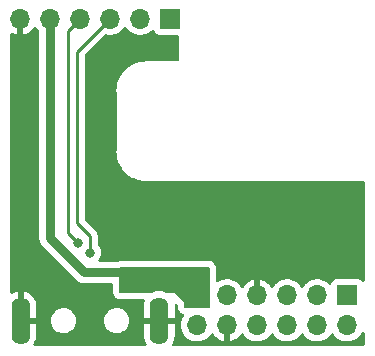
<source format=gbl>
G04 #@! TF.GenerationSoftware,KiCad,Pcbnew,(6.0.4)*
G04 #@! TF.CreationDate,2022-03-24T17:43:08+01:00*
G04 #@! TF.ProjectId,MT32pi-MiSTer,4d543332-7069-42d4-9d69-535465722e6b,rev?*
G04 #@! TF.SameCoordinates,Original*
G04 #@! TF.FileFunction,Copper,L2,Bot*
G04 #@! TF.FilePolarity,Positive*
%FSLAX46Y46*%
G04 Gerber Fmt 4.6, Leading zero omitted, Abs format (unit mm)*
G04 Created by KiCad (PCBNEW (6.0.4)) date 2022-03-24 17:43:08*
%MOMM*%
%LPD*%
G01*
G04 APERTURE LIST*
G04 #@! TA.AperFunction,ComponentPad*
%ADD10O,1.600000X4.000000*%
G04 #@! TD*
G04 #@! TA.AperFunction,ComponentPad*
%ADD11R,1.700000X1.700000*%
G04 #@! TD*
G04 #@! TA.AperFunction,ComponentPad*
%ADD12O,1.700000X1.700000*%
G04 #@! TD*
G04 #@! TA.AperFunction,ViaPad*
%ADD13C,0.800000*%
G04 #@! TD*
G04 #@! TA.AperFunction,Conductor*
%ADD14C,0.250000*%
G04 #@! TD*
G04 #@! TA.AperFunction,Conductor*
%ADD15C,0.800000*%
G04 #@! TD*
G04 APERTURE END LIST*
D10*
X160600000Y-109850000D03*
X148900000Y-109850000D03*
D11*
X176530000Y-107696000D03*
D12*
X176530000Y-110236000D03*
X173990000Y-107696000D03*
X173990000Y-110236000D03*
X171450000Y-107696000D03*
X171450000Y-110236000D03*
X168910000Y-107696000D03*
X168910000Y-110236000D03*
X166370000Y-107696000D03*
X166370000Y-110236000D03*
X163830000Y-107696000D03*
X163830000Y-110236000D03*
D11*
X161530000Y-84280000D03*
D12*
X158990000Y-84280000D03*
X156450000Y-84280000D03*
X153910000Y-84280000D03*
X151370000Y-84280000D03*
X148830000Y-84280000D03*
D13*
X157750000Y-105750000D03*
X154750000Y-104076000D03*
X154800000Y-87600000D03*
X168900000Y-104400000D03*
X154800000Y-93600000D03*
X154800000Y-96600000D03*
X174000000Y-100100000D03*
X148500000Y-87600000D03*
X151750000Y-105750000D03*
X148500000Y-96600000D03*
X148500000Y-102600000D03*
X154800000Y-90600000D03*
X148500000Y-90600000D03*
X153750000Y-103298000D03*
X148500000Y-93600000D03*
X154800000Y-99600000D03*
X148500000Y-99600000D03*
D14*
X153670000Y-101600000D02*
X153670000Y-87060000D01*
D15*
X154264000Y-105750000D02*
X157750000Y-105750000D01*
D14*
X156464000Y-84294000D02*
X156450000Y-84280000D01*
X153670000Y-87060000D02*
X156450000Y-84280000D01*
X152908000Y-85282000D02*
X153910000Y-84280000D01*
X152908000Y-102456000D02*
X152908000Y-85282000D01*
X154750000Y-104076000D02*
X154750000Y-102680000D01*
X153750000Y-103298000D02*
X152908000Y-102456000D01*
D15*
X151370000Y-102856000D02*
X154264000Y-105750000D01*
X151370000Y-84280000D02*
X151370000Y-102856000D01*
D14*
X154750000Y-102680000D02*
X153670000Y-101600000D01*
G04 #@! TA.AperFunction,Conductor*
G36*
X164842121Y-105320002D02*
G01*
X164888614Y-105373658D01*
X164900000Y-105426000D01*
X164900000Y-108674000D01*
X164879998Y-108742121D01*
X164826342Y-108788614D01*
X164774000Y-108800000D01*
X162826000Y-108800000D01*
X162757879Y-108779998D01*
X162711386Y-108726342D01*
X162700000Y-108674000D01*
X162700000Y-108300000D01*
X161900000Y-107500000D01*
X161257926Y-107500000D01*
X161204676Y-107488195D01*
X161054226Y-107418039D01*
X161054220Y-107418037D01*
X161049243Y-107415716D01*
X161043935Y-107414294D01*
X161043933Y-107414293D01*
X160833402Y-107357881D01*
X160833400Y-107357881D01*
X160828087Y-107356457D01*
X160600000Y-107336502D01*
X160371913Y-107356457D01*
X160366600Y-107357881D01*
X160366598Y-107357881D01*
X160156067Y-107414293D01*
X160156065Y-107414294D01*
X160150757Y-107415716D01*
X160145780Y-107418037D01*
X160145774Y-107418039D01*
X159995324Y-107488195D01*
X159942074Y-107500000D01*
X157326000Y-107500000D01*
X157257879Y-107479998D01*
X157211386Y-107426342D01*
X157200000Y-107374000D01*
X157200000Y-105426000D01*
X157220002Y-105357879D01*
X157273658Y-105311386D01*
X157326000Y-105300000D01*
X164774000Y-105300000D01*
X164842121Y-105320002D01*
G37*
G04 #@! TD.AperFunction*
G04 #@! TA.AperFunction,Conductor*
G36*
X149026121Y-84046002D02*
G01*
X149072614Y-84099658D01*
X149084000Y-84152000D01*
X149084000Y-85598517D01*
X149088064Y-85612359D01*
X149101478Y-85614393D01*
X149108184Y-85613534D01*
X149118262Y-85611392D01*
X149322255Y-85550191D01*
X149331842Y-85546433D01*
X149523095Y-85452739D01*
X149531945Y-85447464D01*
X149705328Y-85323792D01*
X149713200Y-85317139D01*
X149864052Y-85166812D01*
X149870730Y-85158965D01*
X149998022Y-84981819D01*
X149999279Y-84982722D01*
X150046373Y-84939362D01*
X150116311Y-84927145D01*
X150181751Y-84954678D01*
X150209579Y-84986511D01*
X150269987Y-85085088D01*
X150273367Y-85088990D01*
X150412866Y-85250032D01*
X150412869Y-85250035D01*
X150416250Y-85253938D01*
X150420224Y-85257237D01*
X150423658Y-85260600D01*
X150458334Y-85322553D01*
X150461500Y-85350623D01*
X150461500Y-102774583D01*
X150459949Y-102794292D01*
X150457748Y-102808190D01*
X150458093Y-102814777D01*
X150458093Y-102814782D01*
X150461327Y-102876480D01*
X150461500Y-102883074D01*
X150461500Y-102903610D01*
X150461844Y-102906882D01*
X150461844Y-102906884D01*
X150463647Y-102924042D01*
X150464164Y-102930616D01*
X150467743Y-102998903D01*
X150469453Y-103005284D01*
X150469453Y-103005286D01*
X150471383Y-103012491D01*
X150474985Y-103031925D01*
X150475766Y-103039354D01*
X150475768Y-103039363D01*
X150476458Y-103045928D01*
X150497600Y-103110997D01*
X150499467Y-103117299D01*
X150517171Y-103183370D01*
X150523559Y-103195907D01*
X150531125Y-103214173D01*
X150535473Y-103227556D01*
X150538776Y-103233278D01*
X150538777Y-103233279D01*
X150569667Y-103286782D01*
X150572814Y-103292577D01*
X150603871Y-103353530D01*
X150608024Y-103358658D01*
X150608025Y-103358660D01*
X150612727Y-103364466D01*
X150623927Y-103380763D01*
X150627657Y-103387224D01*
X150627660Y-103387228D01*
X150630960Y-103392944D01*
X150635377Y-103397850D01*
X150635381Y-103397855D01*
X150676722Y-103443769D01*
X150681006Y-103448784D01*
X150693928Y-103464741D01*
X150708443Y-103479256D01*
X150712984Y-103484041D01*
X150758747Y-103534866D01*
X150764086Y-103538745D01*
X150764087Y-103538746D01*
X150770135Y-103543140D01*
X150785168Y-103555981D01*
X153564019Y-106334832D01*
X153576860Y-106349865D01*
X153585134Y-106361253D01*
X153590043Y-106365673D01*
X153635959Y-106407016D01*
X153640744Y-106411557D01*
X153655259Y-106426072D01*
X153657823Y-106428148D01*
X153671216Y-106438994D01*
X153676231Y-106443278D01*
X153722145Y-106484619D01*
X153722150Y-106484623D01*
X153727056Y-106489040D01*
X153732772Y-106492340D01*
X153732776Y-106492343D01*
X153739237Y-106496073D01*
X153755533Y-106507273D01*
X153766470Y-106516129D01*
X153818240Y-106542507D01*
X153827421Y-106547185D01*
X153833215Y-106550331D01*
X153847393Y-106558517D01*
X153856667Y-106563871D01*
X153892444Y-106584527D01*
X153898726Y-106586568D01*
X153898728Y-106586569D01*
X153905826Y-106588875D01*
X153924092Y-106596440D01*
X153936630Y-106602829D01*
X154002701Y-106620533D01*
X154009003Y-106622400D01*
X154074072Y-106643542D01*
X154080637Y-106644232D01*
X154080646Y-106644234D01*
X154088075Y-106645015D01*
X154107509Y-106648617D01*
X154114714Y-106650547D01*
X154114716Y-106650547D01*
X154121097Y-106652257D01*
X154127688Y-106652602D01*
X154127692Y-106652603D01*
X154189384Y-106655836D01*
X154195958Y-106656353D01*
X154213116Y-106658156D01*
X154213118Y-106658156D01*
X154216390Y-106658500D01*
X154236926Y-106658500D01*
X154243520Y-106658673D01*
X154305218Y-106661907D01*
X154305223Y-106661907D01*
X154311810Y-106662252D01*
X154325708Y-106660051D01*
X154345417Y-106658500D01*
X156560500Y-106658500D01*
X156628621Y-106678502D01*
X156675114Y-106732158D01*
X156686500Y-106784500D01*
X156686500Y-107374000D01*
X156686860Y-107377346D01*
X156686860Y-107377351D01*
X156697182Y-107473361D01*
X156698234Y-107483149D01*
X156709620Y-107535491D01*
X156744290Y-107639657D01*
X156823308Y-107762612D01*
X156869801Y-107816268D01*
X156873194Y-107819208D01*
X156973450Y-107906081D01*
X156973453Y-107906083D01*
X156980261Y-107911982D01*
X157113210Y-107972698D01*
X157136964Y-107979673D01*
X157177008Y-107991431D01*
X157177012Y-107991432D01*
X157181331Y-107992700D01*
X157185780Y-107993340D01*
X157185786Y-107993341D01*
X157321553Y-108012861D01*
X157321558Y-108012861D01*
X157326000Y-108013500D01*
X159255806Y-108013500D01*
X159323927Y-108033502D01*
X159370420Y-108087158D01*
X159380524Y-108157432D01*
X159370000Y-108192751D01*
X159368512Y-108195942D01*
X159364764Y-108206239D01*
X159308375Y-108416688D01*
X159306472Y-108427481D01*
X159292238Y-108590170D01*
X159292000Y-108595635D01*
X159292000Y-109577885D01*
X159296475Y-109593124D01*
X159297865Y-109594329D01*
X159305548Y-109596000D01*
X161889885Y-109596000D01*
X161905124Y-109591525D01*
X161906329Y-109590135D01*
X161908000Y-109582452D01*
X161908000Y-108595635D01*
X161907762Y-108590170D01*
X161903781Y-108544671D01*
X161917770Y-108475067D01*
X161967170Y-108424074D01*
X162036296Y-108407884D01*
X162103201Y-108431637D01*
X162118397Y-108444595D01*
X162149595Y-108475793D01*
X162183621Y-108538105D01*
X162186500Y-108564888D01*
X162186500Y-108674000D01*
X162186860Y-108677346D01*
X162186860Y-108677351D01*
X162197678Y-108777974D01*
X162198234Y-108783149D01*
X162198952Y-108786449D01*
X162198952Y-108786450D01*
X162205961Y-108818669D01*
X162209620Y-108835491D01*
X162244290Y-108939657D01*
X162323308Y-109062612D01*
X162326250Y-109066007D01*
X162326252Y-109066010D01*
X162354059Y-109098101D01*
X162369801Y-109116268D01*
X162373194Y-109119208D01*
X162473450Y-109206081D01*
X162473453Y-109206083D01*
X162480261Y-109211982D01*
X162488459Y-109215726D01*
X162495819Y-109219087D01*
X162613210Y-109272698D01*
X162617525Y-109273965D01*
X162617533Y-109273968D01*
X162638078Y-109280000D01*
X162697805Y-109318383D01*
X162727298Y-109382963D01*
X162717195Y-109453237D01*
X162706669Y-109471899D01*
X162644743Y-109562680D01*
X162550688Y-109765305D01*
X162490989Y-109980570D01*
X162467251Y-110202695D01*
X162467548Y-110207848D01*
X162467548Y-110207851D01*
X162470203Y-110253899D01*
X162480110Y-110425715D01*
X162481247Y-110430761D01*
X162481248Y-110430767D01*
X162484404Y-110444770D01*
X162529222Y-110643639D01*
X162567461Y-110737811D01*
X162603926Y-110827613D01*
X162613266Y-110850616D01*
X162664019Y-110933438D01*
X162727291Y-111036688D01*
X162729987Y-111041088D01*
X162876250Y-111209938D01*
X163048126Y-111352632D01*
X163241000Y-111465338D01*
X163449692Y-111545030D01*
X163454760Y-111546061D01*
X163454763Y-111546062D01*
X163549862Y-111565410D01*
X163668597Y-111589567D01*
X163673772Y-111589757D01*
X163673774Y-111589757D01*
X163886673Y-111597564D01*
X163886677Y-111597564D01*
X163891837Y-111597753D01*
X163896957Y-111597097D01*
X163896959Y-111597097D01*
X164108288Y-111570025D01*
X164108289Y-111570025D01*
X164113416Y-111569368D01*
X164118366Y-111567883D01*
X164322429Y-111506661D01*
X164322434Y-111506659D01*
X164327384Y-111505174D01*
X164527994Y-111406896D01*
X164709860Y-111277173D01*
X164714531Y-111272519D01*
X164864435Y-111123137D01*
X164868096Y-111119489D01*
X164927594Y-111036689D01*
X164998453Y-110938077D01*
X164999640Y-110938930D01*
X165046960Y-110895362D01*
X165116897Y-110883145D01*
X165182338Y-110910678D01*
X165210166Y-110942511D01*
X165267694Y-111036388D01*
X165273777Y-111044699D01*
X165413213Y-111205667D01*
X165420580Y-111212883D01*
X165584434Y-111348916D01*
X165592881Y-111354831D01*
X165776756Y-111462279D01*
X165786042Y-111466729D01*
X165985001Y-111542703D01*
X165994899Y-111545579D01*
X166098250Y-111566606D01*
X166112299Y-111565410D01*
X166116000Y-111555065D01*
X166116000Y-110108000D01*
X166136002Y-110039879D01*
X166189658Y-109993386D01*
X166242000Y-109982000D01*
X166498000Y-109982000D01*
X166566121Y-110002002D01*
X166612614Y-110055658D01*
X166624000Y-110108000D01*
X166624000Y-111554517D01*
X166628064Y-111568359D01*
X166641478Y-111570393D01*
X166648184Y-111569534D01*
X166658262Y-111567392D01*
X166862255Y-111506191D01*
X166871842Y-111502433D01*
X167063095Y-111408739D01*
X167071945Y-111403464D01*
X167245328Y-111279792D01*
X167253200Y-111273139D01*
X167404052Y-111122812D01*
X167410730Y-111114965D01*
X167538022Y-110937819D01*
X167539279Y-110938722D01*
X167586373Y-110895362D01*
X167656311Y-110883145D01*
X167721751Y-110910678D01*
X167749579Y-110942511D01*
X167809987Y-111041088D01*
X167956250Y-111209938D01*
X168128126Y-111352632D01*
X168321000Y-111465338D01*
X168529692Y-111545030D01*
X168534760Y-111546061D01*
X168534763Y-111546062D01*
X168629862Y-111565410D01*
X168748597Y-111589567D01*
X168753772Y-111589757D01*
X168753774Y-111589757D01*
X168966673Y-111597564D01*
X168966677Y-111597564D01*
X168971837Y-111597753D01*
X168976957Y-111597097D01*
X168976959Y-111597097D01*
X169188288Y-111570025D01*
X169188289Y-111570025D01*
X169193416Y-111569368D01*
X169198366Y-111567883D01*
X169402429Y-111506661D01*
X169402434Y-111506659D01*
X169407384Y-111505174D01*
X169607994Y-111406896D01*
X169789860Y-111277173D01*
X169794531Y-111272519D01*
X169944435Y-111123137D01*
X169948096Y-111119489D01*
X170007594Y-111036689D01*
X170078453Y-110938077D01*
X170079776Y-110939028D01*
X170126645Y-110895857D01*
X170196580Y-110883625D01*
X170262026Y-110911144D01*
X170289875Y-110942994D01*
X170349987Y-111041088D01*
X170496250Y-111209938D01*
X170668126Y-111352632D01*
X170861000Y-111465338D01*
X171069692Y-111545030D01*
X171074760Y-111546061D01*
X171074763Y-111546062D01*
X171169862Y-111565410D01*
X171288597Y-111589567D01*
X171293772Y-111589757D01*
X171293774Y-111589757D01*
X171506673Y-111597564D01*
X171506677Y-111597564D01*
X171511837Y-111597753D01*
X171516957Y-111597097D01*
X171516959Y-111597097D01*
X171728288Y-111570025D01*
X171728289Y-111570025D01*
X171733416Y-111569368D01*
X171738366Y-111567883D01*
X171942429Y-111506661D01*
X171942434Y-111506659D01*
X171947384Y-111505174D01*
X172147994Y-111406896D01*
X172329860Y-111277173D01*
X172334531Y-111272519D01*
X172484435Y-111123137D01*
X172488096Y-111119489D01*
X172547594Y-111036689D01*
X172618453Y-110938077D01*
X172619776Y-110939028D01*
X172666645Y-110895857D01*
X172736580Y-110883625D01*
X172802026Y-110911144D01*
X172829875Y-110942994D01*
X172889987Y-111041088D01*
X173036250Y-111209938D01*
X173208126Y-111352632D01*
X173401000Y-111465338D01*
X173609692Y-111545030D01*
X173614760Y-111546061D01*
X173614763Y-111546062D01*
X173709862Y-111565410D01*
X173828597Y-111589567D01*
X173833772Y-111589757D01*
X173833774Y-111589757D01*
X174046673Y-111597564D01*
X174046677Y-111597564D01*
X174051837Y-111597753D01*
X174056957Y-111597097D01*
X174056959Y-111597097D01*
X174268288Y-111570025D01*
X174268289Y-111570025D01*
X174273416Y-111569368D01*
X174278366Y-111567883D01*
X174482429Y-111506661D01*
X174482434Y-111506659D01*
X174487384Y-111505174D01*
X174687994Y-111406896D01*
X174869860Y-111277173D01*
X174874531Y-111272519D01*
X175024435Y-111123137D01*
X175028096Y-111119489D01*
X175087594Y-111036689D01*
X175158453Y-110938077D01*
X175159776Y-110939028D01*
X175206645Y-110895857D01*
X175276580Y-110883625D01*
X175342026Y-110911144D01*
X175369875Y-110942994D01*
X175429987Y-111041088D01*
X175576250Y-111209938D01*
X175748126Y-111352632D01*
X175941000Y-111465338D01*
X176149692Y-111545030D01*
X176154760Y-111546061D01*
X176154763Y-111546062D01*
X176249862Y-111565410D01*
X176368597Y-111589567D01*
X176373772Y-111589757D01*
X176373774Y-111589757D01*
X176586673Y-111597564D01*
X176586677Y-111597564D01*
X176591837Y-111597753D01*
X176596957Y-111597097D01*
X176596959Y-111597097D01*
X176808288Y-111570025D01*
X176808289Y-111570025D01*
X176813416Y-111569368D01*
X176818366Y-111567883D01*
X177022429Y-111506661D01*
X177022434Y-111506659D01*
X177027384Y-111505174D01*
X177227994Y-111406896D01*
X177409860Y-111277173D01*
X177414531Y-111272519D01*
X177564435Y-111123137D01*
X177568096Y-111119489D01*
X177627594Y-111036689D01*
X177695435Y-110942277D01*
X177698453Y-110938077D01*
X177711995Y-110910678D01*
X177752543Y-110828634D01*
X177800657Y-110776427D01*
X177869358Y-110758520D01*
X177936834Y-110780598D01*
X177981662Y-110835652D01*
X177991500Y-110884461D01*
X177991500Y-111865500D01*
X177971498Y-111933621D01*
X177917842Y-111980114D01*
X177865500Y-111991500D01*
X161779571Y-111991500D01*
X161711450Y-111971498D01*
X161664957Y-111917842D01*
X161654853Y-111847568D01*
X161676358Y-111793229D01*
X161733931Y-111711006D01*
X161739414Y-111701511D01*
X161831490Y-111504053D01*
X161835236Y-111493761D01*
X161891625Y-111283312D01*
X161893528Y-111272519D01*
X161907762Y-111109830D01*
X161908000Y-111104365D01*
X161908000Y-110122115D01*
X161903525Y-110106876D01*
X161902135Y-110105671D01*
X161894452Y-110104000D01*
X159310115Y-110104000D01*
X159294876Y-110108475D01*
X159293671Y-110109865D01*
X159292000Y-110117548D01*
X159292000Y-111104365D01*
X159292238Y-111109830D01*
X159306472Y-111272519D01*
X159308375Y-111283312D01*
X159364764Y-111493761D01*
X159368510Y-111504053D01*
X159460586Y-111701511D01*
X159466069Y-111711006D01*
X159523642Y-111793229D01*
X159546330Y-111860503D01*
X159529045Y-111929363D01*
X159477276Y-111977948D01*
X159420429Y-111991500D01*
X150079571Y-111991500D01*
X150011450Y-111971498D01*
X149964957Y-111917842D01*
X149954853Y-111847568D01*
X149976358Y-111793229D01*
X150033931Y-111711006D01*
X150039414Y-111701511D01*
X150131490Y-111504053D01*
X150135236Y-111493761D01*
X150191625Y-111283312D01*
X150193528Y-111272519D01*
X150207762Y-111109830D01*
X150208000Y-111104365D01*
X150208000Y-110122115D01*
X150203525Y-110106876D01*
X150202135Y-110105671D01*
X150194452Y-110104000D01*
X148772000Y-110104000D01*
X148703879Y-110083998D01*
X148657386Y-110030342D01*
X148646000Y-109978000D01*
X148646000Y-109842575D01*
X151436404Y-109842575D01*
X151455218Y-110049303D01*
X151456956Y-110055209D01*
X151456957Y-110055213D01*
X151498853Y-110197562D01*
X151513827Y-110248440D01*
X151609999Y-110432400D01*
X151740071Y-110594177D01*
X151744788Y-110598135D01*
X151744790Y-110598137D01*
X151793007Y-110638596D01*
X151899089Y-110727609D01*
X151904481Y-110730573D01*
X151904485Y-110730576D01*
X151987888Y-110776427D01*
X152080995Y-110827613D01*
X152278861Y-110890379D01*
X152284978Y-110891065D01*
X152284982Y-110891066D01*
X152361598Y-110899659D01*
X152440413Y-110908500D01*
X152552237Y-110908500D01*
X152555293Y-110908200D01*
X152555300Y-110908200D01*
X152700466Y-110893966D01*
X152700469Y-110893965D01*
X152706592Y-110893365D01*
X152848186Y-110850616D01*
X152899407Y-110835152D01*
X152899410Y-110835151D01*
X152905315Y-110833368D01*
X152912635Y-110829476D01*
X153083153Y-110738809D01*
X153083155Y-110738808D01*
X153088599Y-110735913D01*
X153195870Y-110648425D01*
X153244689Y-110608610D01*
X153244692Y-110608607D01*
X153249464Y-110604715D01*
X153381783Y-110444770D01*
X153385876Y-110437201D01*
X153477584Y-110267590D01*
X153477586Y-110267585D01*
X153480514Y-110262170D01*
X153541898Y-110063871D01*
X153543429Y-110049303D01*
X153562952Y-109863554D01*
X153562952Y-109863552D01*
X153563596Y-109857425D01*
X153562245Y-109842575D01*
X155936404Y-109842575D01*
X155955218Y-110049303D01*
X155956956Y-110055209D01*
X155956957Y-110055213D01*
X155998853Y-110197562D01*
X156013827Y-110248440D01*
X156109999Y-110432400D01*
X156240071Y-110594177D01*
X156244788Y-110598135D01*
X156244790Y-110598137D01*
X156293007Y-110638596D01*
X156399089Y-110727609D01*
X156404481Y-110730573D01*
X156404485Y-110730576D01*
X156487888Y-110776427D01*
X156580995Y-110827613D01*
X156778861Y-110890379D01*
X156784978Y-110891065D01*
X156784982Y-110891066D01*
X156861598Y-110899659D01*
X156940413Y-110908500D01*
X157052237Y-110908500D01*
X157055293Y-110908200D01*
X157055300Y-110908200D01*
X157200466Y-110893966D01*
X157200469Y-110893965D01*
X157206592Y-110893365D01*
X157348186Y-110850616D01*
X157399407Y-110835152D01*
X157399410Y-110835151D01*
X157405315Y-110833368D01*
X157412635Y-110829476D01*
X157583153Y-110738809D01*
X157583155Y-110738808D01*
X157588599Y-110735913D01*
X157695870Y-110648425D01*
X157744689Y-110608610D01*
X157744692Y-110608607D01*
X157749464Y-110604715D01*
X157881783Y-110444770D01*
X157885876Y-110437201D01*
X157977584Y-110267590D01*
X157977586Y-110267585D01*
X157980514Y-110262170D01*
X158041898Y-110063871D01*
X158043429Y-110049303D01*
X158062952Y-109863554D01*
X158062952Y-109863552D01*
X158063596Y-109857425D01*
X158044782Y-109650697D01*
X158042298Y-109642255D01*
X157987912Y-109457469D01*
X157986173Y-109451560D01*
X157890001Y-109267600D01*
X157759929Y-109105823D01*
X157750727Y-109098101D01*
X157605629Y-108976350D01*
X157600911Y-108972391D01*
X157595519Y-108969427D01*
X157595515Y-108969424D01*
X157424402Y-108875354D01*
X157419005Y-108872387D01*
X157221139Y-108809621D01*
X157215022Y-108808935D01*
X157215018Y-108808934D01*
X157134394Y-108799891D01*
X157059587Y-108791500D01*
X156947763Y-108791500D01*
X156944707Y-108791800D01*
X156944700Y-108791800D01*
X156799534Y-108806034D01*
X156799531Y-108806035D01*
X156793408Y-108806635D01*
X156705585Y-108833150D01*
X156600593Y-108864848D01*
X156600590Y-108864849D01*
X156594685Y-108866632D01*
X156589240Y-108869527D01*
X156589238Y-108869528D01*
X156416847Y-108961191D01*
X156416845Y-108961192D01*
X156411401Y-108964087D01*
X156395329Y-108977195D01*
X156255311Y-109091390D01*
X156255308Y-109091393D01*
X156250536Y-109095285D01*
X156246608Y-109100033D01*
X156246607Y-109100034D01*
X156179771Y-109180825D01*
X156118217Y-109255230D01*
X156115288Y-109260647D01*
X156115286Y-109260650D01*
X156022416Y-109432410D01*
X156022414Y-109432415D01*
X156019486Y-109437830D01*
X155958102Y-109636129D01*
X155957458Y-109642254D01*
X155957458Y-109642255D01*
X155944001Y-109770297D01*
X155936404Y-109842575D01*
X153562245Y-109842575D01*
X153544782Y-109650697D01*
X153542298Y-109642255D01*
X153487912Y-109457469D01*
X153486173Y-109451560D01*
X153390001Y-109267600D01*
X153259929Y-109105823D01*
X153250727Y-109098101D01*
X153105629Y-108976350D01*
X153100911Y-108972391D01*
X153095519Y-108969427D01*
X153095515Y-108969424D01*
X152924402Y-108875354D01*
X152919005Y-108872387D01*
X152721139Y-108809621D01*
X152715022Y-108808935D01*
X152715018Y-108808934D01*
X152634394Y-108799891D01*
X152559587Y-108791500D01*
X152447763Y-108791500D01*
X152444707Y-108791800D01*
X152444700Y-108791800D01*
X152299534Y-108806034D01*
X152299531Y-108806035D01*
X152293408Y-108806635D01*
X152205585Y-108833150D01*
X152100593Y-108864848D01*
X152100590Y-108864849D01*
X152094685Y-108866632D01*
X152089240Y-108869527D01*
X152089238Y-108869528D01*
X151916847Y-108961191D01*
X151916845Y-108961192D01*
X151911401Y-108964087D01*
X151895329Y-108977195D01*
X151755311Y-109091390D01*
X151755308Y-109091393D01*
X151750536Y-109095285D01*
X151746608Y-109100033D01*
X151746607Y-109100034D01*
X151679771Y-109180825D01*
X151618217Y-109255230D01*
X151615288Y-109260647D01*
X151615286Y-109260650D01*
X151522416Y-109432410D01*
X151522414Y-109432415D01*
X151519486Y-109437830D01*
X151458102Y-109636129D01*
X151457458Y-109642254D01*
X151457458Y-109642255D01*
X151444001Y-109770297D01*
X151436404Y-109842575D01*
X148646000Y-109842575D01*
X148646000Y-109577885D01*
X149154000Y-109577885D01*
X149158475Y-109593124D01*
X149159865Y-109594329D01*
X149167548Y-109596000D01*
X150189885Y-109596000D01*
X150205124Y-109591525D01*
X150206329Y-109590135D01*
X150208000Y-109582452D01*
X150208000Y-108595635D01*
X150207762Y-108590170D01*
X150193528Y-108427481D01*
X150191625Y-108416688D01*
X150135236Y-108206239D01*
X150131490Y-108195947D01*
X150039414Y-107998489D01*
X150033931Y-107988993D01*
X149908972Y-107810533D01*
X149901916Y-107802125D01*
X149747875Y-107648084D01*
X149739467Y-107641028D01*
X149561007Y-107516069D01*
X149551511Y-107510586D01*
X149354053Y-107418510D01*
X149343761Y-107414764D01*
X149171497Y-107368606D01*
X149157401Y-107368942D01*
X149154000Y-107376884D01*
X149154000Y-109577885D01*
X148646000Y-109577885D01*
X148646000Y-107382033D01*
X148642027Y-107368502D01*
X148633478Y-107367273D01*
X148456239Y-107414764D01*
X148445947Y-107418510D01*
X148248489Y-107510586D01*
X148238996Y-107516068D01*
X148206770Y-107538632D01*
X148139496Y-107561319D01*
X148070636Y-107544034D01*
X148022052Y-107492264D01*
X148008500Y-107435418D01*
X148008500Y-85592461D01*
X148028502Y-85524340D01*
X148082158Y-85477847D01*
X148152432Y-85467743D01*
X148198070Y-85483673D01*
X148236756Y-85506279D01*
X148246042Y-85510729D01*
X148445001Y-85586703D01*
X148454899Y-85589579D01*
X148558250Y-85610606D01*
X148572299Y-85609410D01*
X148576000Y-85599065D01*
X148576000Y-84152000D01*
X148596002Y-84083879D01*
X148649658Y-84037386D01*
X148702000Y-84026000D01*
X148958000Y-84026000D01*
X149026121Y-84046002D01*
G37*
G04 #@! TD.AperFunction*
G04 #@! TA.AperFunction,Conductor*
G36*
X157802026Y-84955144D02*
G01*
X157829875Y-84986994D01*
X157889987Y-85085088D01*
X158036250Y-85253938D01*
X158208126Y-85396632D01*
X158401000Y-85509338D01*
X158609692Y-85589030D01*
X158614760Y-85590061D01*
X158614763Y-85590062D01*
X158709862Y-85609410D01*
X158828597Y-85633567D01*
X158833772Y-85633757D01*
X158833774Y-85633757D01*
X159046673Y-85641564D01*
X159046677Y-85641564D01*
X159051837Y-85641753D01*
X159056957Y-85641097D01*
X159056959Y-85641097D01*
X159268288Y-85614025D01*
X159268289Y-85614025D01*
X159273416Y-85613368D01*
X159278366Y-85611883D01*
X159482429Y-85550661D01*
X159482434Y-85550659D01*
X159487384Y-85549174D01*
X159687994Y-85450896D01*
X159869860Y-85321173D01*
X159978091Y-85213319D01*
X160040462Y-85179404D01*
X160111268Y-85184592D01*
X160168030Y-85227238D01*
X160185012Y-85258341D01*
X160229385Y-85376705D01*
X160316739Y-85493261D01*
X160433295Y-85580615D01*
X160569684Y-85631745D01*
X160631866Y-85638500D01*
X162165500Y-85638500D01*
X162233621Y-85658502D01*
X162280114Y-85712158D01*
X162291500Y-85764500D01*
X162291500Y-87765500D01*
X162271498Y-87833621D01*
X162217842Y-87880114D01*
X162165500Y-87891500D01*
X159553250Y-87891500D01*
X159532345Y-87889754D01*
X159517344Y-87887230D01*
X159517341Y-87887230D01*
X159512552Y-87886424D01*
X159506276Y-87886348D01*
X159504859Y-87886330D01*
X159504856Y-87886330D01*
X159500000Y-87886271D01*
X159495190Y-87886960D01*
X159492763Y-87887118D01*
X159487067Y-87887697D01*
X159200878Y-87905008D01*
X159200873Y-87905009D01*
X159197081Y-87905238D01*
X158898579Y-87959941D01*
X158608848Y-88050225D01*
X158605378Y-88051787D01*
X158605372Y-88051789D01*
X158470480Y-88112499D01*
X158332111Y-88174774D01*
X158328854Y-88176743D01*
X158328850Y-88176745D01*
X158249906Y-88224469D01*
X158072405Y-88331772D01*
X157833516Y-88518929D01*
X157618929Y-88733516D01*
X157528777Y-88848587D01*
X157480318Y-88910441D01*
X157431772Y-88972405D01*
X157274774Y-89232111D01*
X157150225Y-89508848D01*
X157059941Y-89798579D01*
X157005238Y-90097081D01*
X157005009Y-90100871D01*
X157005008Y-90100877D01*
X156988279Y-90377454D01*
X156987718Y-90382655D01*
X156987711Y-90383272D01*
X156987875Y-90383669D01*
X156986309Y-90393724D01*
X156986983Y-90398878D01*
X156986915Y-90400000D01*
X156987130Y-90400000D01*
X156988122Y-90407587D01*
X156990436Y-90425283D01*
X156991500Y-90441620D01*
X156991500Y-95450633D01*
X156990000Y-95470018D01*
X156987690Y-95484851D01*
X156987690Y-95484855D01*
X156986309Y-95493724D01*
X156987130Y-95500000D01*
X156986915Y-95500000D01*
X157005238Y-95802919D01*
X157059941Y-96101421D01*
X157150225Y-96391152D01*
X157274774Y-96667889D01*
X157431772Y-96927595D01*
X157434124Y-96930597D01*
X157434126Y-96930600D01*
X157490729Y-97002848D01*
X157618929Y-97166484D01*
X157833516Y-97381071D01*
X158072405Y-97568228D01*
X158249906Y-97675531D01*
X158328850Y-97723255D01*
X158328854Y-97723257D01*
X158332111Y-97725226D01*
X158470480Y-97787501D01*
X158605372Y-97848211D01*
X158605378Y-97848213D01*
X158608848Y-97849775D01*
X158898579Y-97940059D01*
X159197081Y-97994762D01*
X159200875Y-97994991D01*
X159200879Y-97994992D01*
X159333283Y-98003001D01*
X159469159Y-98011220D01*
X159482446Y-98012735D01*
X159487448Y-98013576D01*
X159493724Y-98013652D01*
X159495140Y-98013670D01*
X159495143Y-98013670D01*
X159500000Y-98013729D01*
X159527624Y-98009773D01*
X159545486Y-98008500D01*
X177865500Y-98008500D01*
X177933621Y-98028502D01*
X177980114Y-98082158D01*
X177991500Y-98134500D01*
X177991500Y-106435745D01*
X177971498Y-106503866D01*
X177917842Y-106550359D01*
X177847568Y-106560463D01*
X177782988Y-106530969D01*
X177764677Y-106511314D01*
X177743261Y-106482739D01*
X177626705Y-106395385D01*
X177490316Y-106344255D01*
X177428134Y-106337500D01*
X175631866Y-106337500D01*
X175569684Y-106344255D01*
X175433295Y-106395385D01*
X175316739Y-106482739D01*
X175229385Y-106599295D01*
X175226233Y-106607703D01*
X175184919Y-106717907D01*
X175142277Y-106774671D01*
X175075716Y-106799371D01*
X175006367Y-106784163D01*
X174973743Y-106758476D01*
X174923151Y-106702875D01*
X174923142Y-106702866D01*
X174919670Y-106699051D01*
X174915619Y-106695852D01*
X174915615Y-106695848D01*
X174748414Y-106563800D01*
X174748410Y-106563798D01*
X174744359Y-106560598D01*
X174708028Y-106540542D01*
X174690686Y-106530969D01*
X174548789Y-106452638D01*
X174543920Y-106450914D01*
X174543916Y-106450912D01*
X174343087Y-106379795D01*
X174343083Y-106379794D01*
X174338212Y-106378069D01*
X174333119Y-106377162D01*
X174333116Y-106377161D01*
X174123373Y-106339800D01*
X174123367Y-106339799D01*
X174118284Y-106338894D01*
X174044452Y-106337992D01*
X173900081Y-106336228D01*
X173900079Y-106336228D01*
X173894911Y-106336165D01*
X173674091Y-106369955D01*
X173461756Y-106439357D01*
X173416125Y-106463111D01*
X173314279Y-106516129D01*
X173263607Y-106542507D01*
X173259474Y-106545610D01*
X173259471Y-106545612D01*
X173104121Y-106662252D01*
X173084965Y-106676635D01*
X173059541Y-106703240D01*
X172991280Y-106774671D01*
X172930629Y-106838138D01*
X172823201Y-106995621D01*
X172768293Y-107040621D01*
X172697768Y-107048792D01*
X172634021Y-107017538D01*
X172613324Y-106993054D01*
X172532822Y-106868617D01*
X172532820Y-106868614D01*
X172530014Y-106864277D01*
X172379670Y-106699051D01*
X172375619Y-106695852D01*
X172375615Y-106695848D01*
X172208414Y-106563800D01*
X172208410Y-106563798D01*
X172204359Y-106560598D01*
X172168028Y-106540542D01*
X172150686Y-106530969D01*
X172008789Y-106452638D01*
X172003920Y-106450914D01*
X172003916Y-106450912D01*
X171803087Y-106379795D01*
X171803083Y-106379794D01*
X171798212Y-106378069D01*
X171793119Y-106377162D01*
X171793116Y-106377161D01*
X171583373Y-106339800D01*
X171583367Y-106339799D01*
X171578284Y-106338894D01*
X171504452Y-106337992D01*
X171360081Y-106336228D01*
X171360079Y-106336228D01*
X171354911Y-106336165D01*
X171134091Y-106369955D01*
X170921756Y-106439357D01*
X170876125Y-106463111D01*
X170774279Y-106516129D01*
X170723607Y-106542507D01*
X170719474Y-106545610D01*
X170719471Y-106545612D01*
X170564121Y-106662252D01*
X170544965Y-106676635D01*
X170519541Y-106703240D01*
X170451280Y-106774671D01*
X170390629Y-106838138D01*
X170283204Y-106995618D01*
X170282898Y-106996066D01*
X170227987Y-107041069D01*
X170157462Y-107049240D01*
X170093715Y-107017986D01*
X170073018Y-106993502D01*
X169992426Y-106868926D01*
X169986136Y-106860757D01*
X169842806Y-106703240D01*
X169835273Y-106696215D01*
X169668139Y-106564222D01*
X169659552Y-106558517D01*
X169473117Y-106455599D01*
X169463705Y-106451369D01*
X169262959Y-106380280D01*
X169252988Y-106377646D01*
X169181837Y-106364972D01*
X169168540Y-106366432D01*
X169164000Y-106380989D01*
X169164000Y-107824000D01*
X169143998Y-107892121D01*
X169090342Y-107938614D01*
X169038000Y-107950000D01*
X168782000Y-107950000D01*
X168713879Y-107929998D01*
X168667386Y-107876342D01*
X168656000Y-107824000D01*
X168656000Y-106379102D01*
X168652082Y-106365758D01*
X168637806Y-106363771D01*
X168599324Y-106369660D01*
X168589288Y-106372051D01*
X168386868Y-106438212D01*
X168377359Y-106442209D01*
X168188463Y-106540542D01*
X168179738Y-106546036D01*
X168009433Y-106673905D01*
X168001726Y-106680748D01*
X167854590Y-106834717D01*
X167848109Y-106842722D01*
X167743498Y-106996074D01*
X167688587Y-107041076D01*
X167618062Y-107049247D01*
X167554315Y-107017993D01*
X167533618Y-106993509D01*
X167452822Y-106868617D01*
X167452820Y-106868614D01*
X167450014Y-106864277D01*
X167299670Y-106699051D01*
X167295619Y-106695852D01*
X167295615Y-106695848D01*
X167128414Y-106563800D01*
X167128410Y-106563798D01*
X167124359Y-106560598D01*
X167088028Y-106540542D01*
X167070686Y-106530969D01*
X166928789Y-106452638D01*
X166923920Y-106450914D01*
X166923916Y-106450912D01*
X166723087Y-106379795D01*
X166723083Y-106379794D01*
X166718212Y-106378069D01*
X166713119Y-106377162D01*
X166713116Y-106377161D01*
X166503373Y-106339800D01*
X166503367Y-106339799D01*
X166498284Y-106338894D01*
X166424452Y-106337992D01*
X166280081Y-106336228D01*
X166280079Y-106336228D01*
X166274911Y-106336165D01*
X166054091Y-106369955D01*
X165841756Y-106439357D01*
X165796125Y-106463111D01*
X165694279Y-106516129D01*
X165643607Y-106542507D01*
X165639474Y-106545610D01*
X165639471Y-106545612D01*
X165633149Y-106550359D01*
X165615248Y-106563800D01*
X165615153Y-106563871D01*
X165548669Y-106588777D01*
X165479273Y-106573785D01*
X165428999Y-106523655D01*
X165413500Y-106463111D01*
X165413500Y-105426000D01*
X165401766Y-105316851D01*
X165390380Y-105264509D01*
X165355710Y-105160343D01*
X165276692Y-105037388D01*
X165230199Y-104983732D01*
X165220933Y-104975703D01*
X165126550Y-104893919D01*
X165126547Y-104893917D01*
X165119739Y-104888018D01*
X164986790Y-104827302D01*
X164963036Y-104820327D01*
X164922992Y-104808569D01*
X164922988Y-104808568D01*
X164918669Y-104807300D01*
X164914220Y-104806660D01*
X164914214Y-104806659D01*
X164778447Y-104787139D01*
X164778442Y-104787139D01*
X164774000Y-104786500D01*
X157326000Y-104786500D01*
X157322654Y-104786860D01*
X157322649Y-104786860D01*
X157220215Y-104797872D01*
X157220208Y-104797873D01*
X157216851Y-104798234D01*
X157213551Y-104798952D01*
X157213550Y-104798952D01*
X157167790Y-104808906D01*
X157167785Y-104808907D01*
X157164509Y-104809620D01*
X157088099Y-104835052D01*
X157048308Y-104841500D01*
X155566247Y-104841500D01*
X155498126Y-104821498D01*
X155451633Y-104767842D01*
X155441529Y-104697568D01*
X155472610Y-104631192D01*
X155489040Y-104612944D01*
X155584527Y-104447556D01*
X155643542Y-104265928D01*
X155663504Y-104076000D01*
X155643542Y-103886072D01*
X155584527Y-103704444D01*
X155489040Y-103539056D01*
X155415863Y-103457785D01*
X155385147Y-103393779D01*
X155383500Y-103373476D01*
X155383500Y-102758768D01*
X155384027Y-102747585D01*
X155385702Y-102740092D01*
X155383562Y-102672001D01*
X155383500Y-102668044D01*
X155383500Y-102640144D01*
X155382996Y-102636153D01*
X155382063Y-102624311D01*
X155380923Y-102588036D01*
X155380674Y-102580111D01*
X155375021Y-102560652D01*
X155371012Y-102541293D01*
X155370846Y-102539983D01*
X155368474Y-102521203D01*
X155365558Y-102513837D01*
X155365556Y-102513831D01*
X155352200Y-102480098D01*
X155348355Y-102468868D01*
X155338230Y-102434017D01*
X155338230Y-102434016D01*
X155336019Y-102426407D01*
X155325705Y-102408966D01*
X155317008Y-102391213D01*
X155312472Y-102379758D01*
X155309552Y-102372383D01*
X155283563Y-102336612D01*
X155277047Y-102326692D01*
X155258578Y-102295463D01*
X155254542Y-102288638D01*
X155240221Y-102274317D01*
X155227380Y-102259283D01*
X155220131Y-102249306D01*
X155215472Y-102242893D01*
X155209368Y-102237843D01*
X155209363Y-102237838D01*
X155181402Y-102214707D01*
X155172621Y-102206717D01*
X154340404Y-101374499D01*
X154306379Y-101312187D01*
X154303500Y-101285404D01*
X154303500Y-87374594D01*
X154323502Y-87306473D01*
X154340405Y-87285499D01*
X155994549Y-85631355D01*
X156056861Y-85597329D01*
X156108762Y-85596979D01*
X156288597Y-85633567D01*
X156293772Y-85633757D01*
X156293774Y-85633757D01*
X156506673Y-85641564D01*
X156506677Y-85641564D01*
X156511837Y-85641753D01*
X156516957Y-85641097D01*
X156516959Y-85641097D01*
X156728288Y-85614025D01*
X156728289Y-85614025D01*
X156733416Y-85613368D01*
X156738366Y-85611883D01*
X156942429Y-85550661D01*
X156942434Y-85550659D01*
X156947384Y-85549174D01*
X157147994Y-85450896D01*
X157329860Y-85321173D01*
X157488096Y-85163489D01*
X157618453Y-84982077D01*
X157619776Y-84983028D01*
X157666645Y-84939857D01*
X157736580Y-84927625D01*
X157802026Y-84955144D01*
G37*
G04 #@! TD.AperFunction*
M02*

</source>
